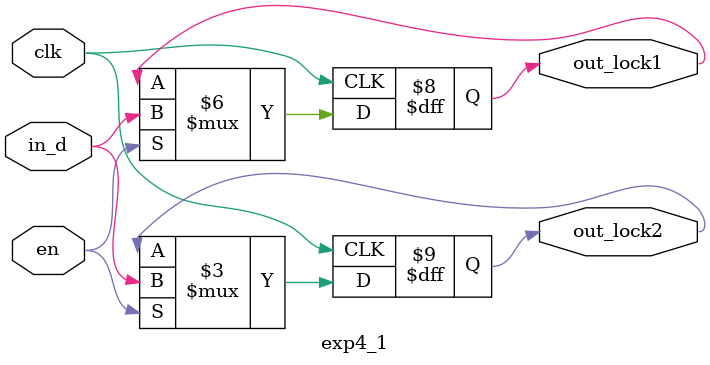
<source format=v>
module exp4_1(clk,in_d,en,out_lock1,out_lock2);
	input clk,in_d,en;
	output reg out_lock1, out_lock2;
	
	always @(posedge clk) begin
		if(en)
			begin
				out_lock1=in_d;
				out_lock2=out_lock1;
			end
		else
			begin
				out_lock1=out_lock1;
				out_lock2=out_lock2;
			end
	end
	
endmodule
		
</source>
